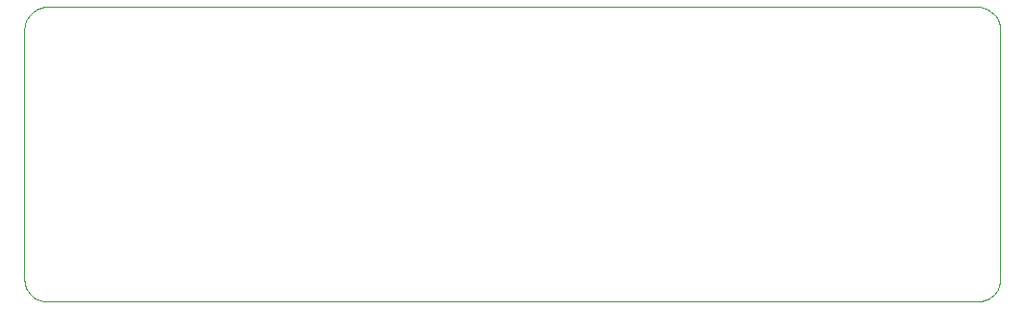
<source format=gko>
G75*
%MOIN*%
%OFA0B0*%
%FSLAX24Y24*%
%IPPOS*%
%LPD*%
%AMOC8*
5,1,8,0,0,1.08239X$1,22.5*
%
%ADD10C,0.0000*%
D10*
X000887Y001238D02*
X033171Y001238D01*
X033171Y001239D02*
X033225Y001241D01*
X033278Y001246D01*
X033331Y001255D01*
X033383Y001268D01*
X033435Y001284D01*
X033485Y001304D01*
X033533Y001327D01*
X033580Y001354D01*
X033625Y001383D01*
X033668Y001416D01*
X033708Y001451D01*
X033746Y001489D01*
X033781Y001529D01*
X033814Y001572D01*
X033843Y001617D01*
X033870Y001664D01*
X033893Y001712D01*
X033913Y001762D01*
X033929Y001814D01*
X033942Y001866D01*
X033951Y001919D01*
X033956Y001972D01*
X033958Y002026D01*
X033958Y010687D01*
X033956Y010741D01*
X033951Y010794D01*
X033942Y010847D01*
X033929Y010899D01*
X033913Y010951D01*
X033893Y011001D01*
X033870Y011049D01*
X033843Y011096D01*
X033814Y011141D01*
X033781Y011184D01*
X033746Y011224D01*
X033708Y011262D01*
X033668Y011297D01*
X033625Y011330D01*
X033580Y011359D01*
X033533Y011386D01*
X033485Y011409D01*
X033435Y011429D01*
X033383Y011445D01*
X033331Y011458D01*
X033278Y011467D01*
X033225Y011472D01*
X033171Y011474D01*
X033171Y011475D02*
X000887Y011475D01*
X000887Y011474D02*
X000833Y011472D01*
X000780Y011467D01*
X000727Y011458D01*
X000675Y011445D01*
X000623Y011429D01*
X000573Y011409D01*
X000525Y011386D01*
X000478Y011359D01*
X000433Y011330D01*
X000390Y011297D01*
X000350Y011262D01*
X000312Y011224D01*
X000277Y011184D01*
X000244Y011141D01*
X000215Y011096D01*
X000188Y011049D01*
X000165Y011001D01*
X000145Y010951D01*
X000129Y010899D01*
X000116Y010847D01*
X000107Y010794D01*
X000102Y010741D01*
X000100Y010687D01*
X000100Y002026D01*
X000102Y001972D01*
X000107Y001919D01*
X000116Y001866D01*
X000129Y001814D01*
X000145Y001762D01*
X000165Y001712D01*
X000188Y001664D01*
X000215Y001617D01*
X000244Y001572D01*
X000277Y001529D01*
X000312Y001489D01*
X000350Y001451D01*
X000390Y001416D01*
X000433Y001383D01*
X000478Y001354D01*
X000525Y001327D01*
X000573Y001304D01*
X000623Y001284D01*
X000675Y001268D01*
X000727Y001255D01*
X000780Y001246D01*
X000833Y001241D01*
X000887Y001239D01*
M02*

</source>
